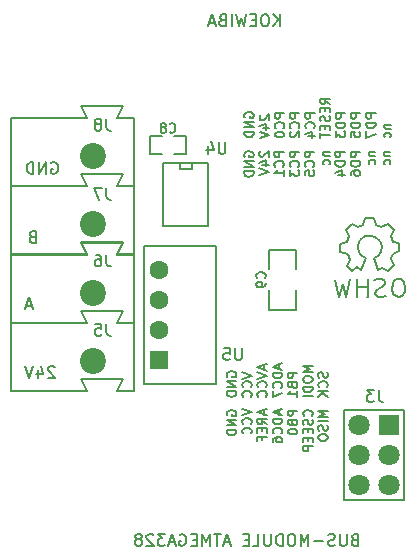
<source format=gbr>
G04 #@! TF.GenerationSoftware,KiCad,Pcbnew,6.0.11-2627ca5db0~126~ubuntu22.04.1*
G04 #@! TF.CreationDate,2023-12-06T10:35:34+01:00*
G04 #@! TF.ProjectId,bus-module_atmega328,6275732d-6d6f-4647-956c-655f61746d65,C*
G04 #@! TF.SameCoordinates,Original*
G04 #@! TF.FileFunction,Legend,Bot*
G04 #@! TF.FilePolarity,Positive*
%FSLAX46Y46*%
G04 Gerber Fmt 4.6, Leading zero omitted, Abs format (unit mm)*
G04 Created by KiCad (PCBNEW 6.0.11-2627ca5db0~126~ubuntu22.04.1) date 2023-12-06 10:35:34*
%MOMM*%
%LPD*%
G01*
G04 APERTURE LIST*
%ADD10C,0.200000*%
%ADD11C,0.150000*%
%ADD12C,2.200000*%
%ADD13R,1.600000X1.600000*%
%ADD14C,1.600000*%
%ADD15R,1.800000X1.800000*%
%ADD16C,1.800000*%
G04 APERTURE END LIST*
D10*
X83910428Y-107341619D02*
X83862809Y-107294000D01*
X83767571Y-107246380D01*
X83529476Y-107246380D01*
X83434238Y-107294000D01*
X83386619Y-107341619D01*
X83339000Y-107436857D01*
X83339000Y-107532095D01*
X83386619Y-107674952D01*
X83958047Y-108246380D01*
X83339000Y-108246380D01*
X82481857Y-107579714D02*
X82481857Y-108246380D01*
X82719952Y-107198761D02*
X82958047Y-107913047D01*
X82339000Y-107913047D01*
X82100904Y-107246380D02*
X81767571Y-108246380D01*
X81434238Y-107246380D01*
D11*
X103001190Y-78462380D02*
X103001190Y-77462380D01*
X102429761Y-78462380D02*
X102858333Y-77890952D01*
X102429761Y-77462380D02*
X103001190Y-78033809D01*
X101810714Y-77462380D02*
X101620238Y-77462380D01*
X101525000Y-77510000D01*
X101429761Y-77605238D01*
X101382142Y-77795714D01*
X101382142Y-78129047D01*
X101429761Y-78319523D01*
X101525000Y-78414761D01*
X101620238Y-78462380D01*
X101810714Y-78462380D01*
X101905952Y-78414761D01*
X102001190Y-78319523D01*
X102048809Y-78129047D01*
X102048809Y-77795714D01*
X102001190Y-77605238D01*
X101905952Y-77510000D01*
X101810714Y-77462380D01*
X100953571Y-77938571D02*
X100620238Y-77938571D01*
X100477380Y-78462380D02*
X100953571Y-78462380D01*
X100953571Y-77462380D01*
X100477380Y-77462380D01*
X100144047Y-77462380D02*
X99905952Y-78462380D01*
X99715476Y-77748095D01*
X99525000Y-78462380D01*
X99286904Y-77462380D01*
X98905952Y-78462380D02*
X98905952Y-77462380D01*
X98096428Y-77938571D02*
X97953571Y-77986190D01*
X97905952Y-78033809D01*
X97858333Y-78129047D01*
X97858333Y-78271904D01*
X97905952Y-78367142D01*
X97953571Y-78414761D01*
X98048809Y-78462380D01*
X98429761Y-78462380D01*
X98429761Y-77462380D01*
X98096428Y-77462380D01*
X98001190Y-77510000D01*
X97953571Y-77557619D01*
X97905952Y-77652857D01*
X97905952Y-77748095D01*
X97953571Y-77843333D01*
X98001190Y-77890952D01*
X98096428Y-77938571D01*
X98429761Y-77938571D01*
X97477380Y-78176666D02*
X97001190Y-78176666D01*
X97572619Y-78462380D02*
X97239285Y-77462380D01*
X96905952Y-78462380D01*
X98536000Y-108153928D02*
X98497904Y-108077738D01*
X98497904Y-107963452D01*
X98536000Y-107849166D01*
X98612190Y-107772976D01*
X98688380Y-107734880D01*
X98840761Y-107696785D01*
X98955047Y-107696785D01*
X99107428Y-107734880D01*
X99183619Y-107772976D01*
X99259809Y-107849166D01*
X99297904Y-107963452D01*
X99297904Y-108039642D01*
X99259809Y-108153928D01*
X99221714Y-108192023D01*
X98955047Y-108192023D01*
X98955047Y-108039642D01*
X99297904Y-108534880D02*
X98497904Y-108534880D01*
X99297904Y-108992023D01*
X98497904Y-108992023D01*
X99297904Y-109372976D02*
X98497904Y-109372976D01*
X98497904Y-109563452D01*
X98536000Y-109677738D01*
X98612190Y-109753928D01*
X98688380Y-109792023D01*
X98840761Y-109830119D01*
X98955047Y-109830119D01*
X99107428Y-109792023D01*
X99183619Y-109753928D01*
X99259809Y-109677738D01*
X99297904Y-109563452D01*
X99297904Y-109372976D01*
X99785904Y-107772976D02*
X100585904Y-108039642D01*
X99785904Y-108306309D01*
X100509714Y-109030119D02*
X100547809Y-108992023D01*
X100585904Y-108877738D01*
X100585904Y-108801547D01*
X100547809Y-108687261D01*
X100471619Y-108611071D01*
X100395428Y-108572976D01*
X100243047Y-108534880D01*
X100128761Y-108534880D01*
X99976380Y-108572976D01*
X99900190Y-108611071D01*
X99824000Y-108687261D01*
X99785904Y-108801547D01*
X99785904Y-108877738D01*
X99824000Y-108992023D01*
X99862095Y-109030119D01*
X100509714Y-109830119D02*
X100547809Y-109792023D01*
X100585904Y-109677738D01*
X100585904Y-109601547D01*
X100547809Y-109487261D01*
X100471619Y-109411071D01*
X100395428Y-109372976D01*
X100243047Y-109334880D01*
X100128761Y-109334880D01*
X99976380Y-109372976D01*
X99900190Y-109411071D01*
X99824000Y-109487261D01*
X99785904Y-109601547D01*
X99785904Y-109677738D01*
X99824000Y-109792023D01*
X99862095Y-109830119D01*
X101645333Y-107163452D02*
X101645333Y-107544404D01*
X101873904Y-107087261D02*
X101073904Y-107353928D01*
X101873904Y-107620595D01*
X101073904Y-107772976D02*
X101873904Y-108039642D01*
X101073904Y-108306309D01*
X101797714Y-109030119D02*
X101835809Y-108992023D01*
X101873904Y-108877738D01*
X101873904Y-108801547D01*
X101835809Y-108687261D01*
X101759619Y-108611071D01*
X101683428Y-108572976D01*
X101531047Y-108534880D01*
X101416761Y-108534880D01*
X101264380Y-108572976D01*
X101188190Y-108611071D01*
X101112000Y-108687261D01*
X101073904Y-108801547D01*
X101073904Y-108877738D01*
X101112000Y-108992023D01*
X101150095Y-109030119D01*
X101797714Y-109830119D02*
X101835809Y-109792023D01*
X101873904Y-109677738D01*
X101873904Y-109601547D01*
X101835809Y-109487261D01*
X101759619Y-109411071D01*
X101683428Y-109372976D01*
X101531047Y-109334880D01*
X101416761Y-109334880D01*
X101264380Y-109372976D01*
X101188190Y-109411071D01*
X101112000Y-109487261D01*
X101073904Y-109601547D01*
X101073904Y-109677738D01*
X101112000Y-109792023D01*
X101150095Y-109830119D01*
X102933333Y-107087261D02*
X102933333Y-107468214D01*
X103161904Y-107011071D02*
X102361904Y-107277738D01*
X103161904Y-107544404D01*
X103161904Y-107811071D02*
X102361904Y-107811071D01*
X102361904Y-108001547D01*
X102400000Y-108115833D01*
X102476190Y-108192023D01*
X102552380Y-108230119D01*
X102704761Y-108268214D01*
X102819047Y-108268214D01*
X102971428Y-108230119D01*
X103047619Y-108192023D01*
X103123809Y-108115833D01*
X103161904Y-108001547D01*
X103161904Y-107811071D01*
X103085714Y-109068214D02*
X103123809Y-109030119D01*
X103161904Y-108915833D01*
X103161904Y-108839642D01*
X103123809Y-108725357D01*
X103047619Y-108649166D01*
X102971428Y-108611071D01*
X102819047Y-108572976D01*
X102704761Y-108572976D01*
X102552380Y-108611071D01*
X102476190Y-108649166D01*
X102400000Y-108725357D01*
X102361904Y-108839642D01*
X102361904Y-108915833D01*
X102400000Y-109030119D01*
X102438095Y-109068214D01*
X102361904Y-109334880D02*
X102361904Y-109868214D01*
X103161904Y-109525357D01*
X104449904Y-107811071D02*
X103649904Y-107811071D01*
X103649904Y-108115833D01*
X103688000Y-108192023D01*
X103726095Y-108230119D01*
X103802285Y-108268214D01*
X103916571Y-108268214D01*
X103992761Y-108230119D01*
X104030857Y-108192023D01*
X104068952Y-108115833D01*
X104068952Y-107811071D01*
X104030857Y-108877738D02*
X104068952Y-108992023D01*
X104107047Y-109030119D01*
X104183238Y-109068214D01*
X104297523Y-109068214D01*
X104373714Y-109030119D01*
X104411809Y-108992023D01*
X104449904Y-108915833D01*
X104449904Y-108611071D01*
X103649904Y-108611071D01*
X103649904Y-108877738D01*
X103688000Y-108953928D01*
X103726095Y-108992023D01*
X103802285Y-109030119D01*
X103878476Y-109030119D01*
X103954666Y-108992023D01*
X103992761Y-108953928D01*
X104030857Y-108877738D01*
X104030857Y-108611071D01*
X104449904Y-109830119D02*
X104449904Y-109372976D01*
X104449904Y-109601547D02*
X103649904Y-109601547D01*
X103764190Y-109525357D01*
X103840380Y-109449166D01*
X103878476Y-109372976D01*
X105737904Y-107239642D02*
X104937904Y-107239642D01*
X105509333Y-107506309D01*
X104937904Y-107772976D01*
X105737904Y-107772976D01*
X104937904Y-108306309D02*
X104937904Y-108458690D01*
X104976000Y-108534880D01*
X105052190Y-108611071D01*
X105204571Y-108649166D01*
X105471238Y-108649166D01*
X105623619Y-108611071D01*
X105699809Y-108534880D01*
X105737904Y-108458690D01*
X105737904Y-108306309D01*
X105699809Y-108230119D01*
X105623619Y-108153928D01*
X105471238Y-108115833D01*
X105204571Y-108115833D01*
X105052190Y-108153928D01*
X104976000Y-108230119D01*
X104937904Y-108306309D01*
X105737904Y-108992023D02*
X104937904Y-108992023D01*
X104937904Y-109182500D01*
X104976000Y-109296785D01*
X105052190Y-109372976D01*
X105128380Y-109411071D01*
X105280761Y-109449166D01*
X105395047Y-109449166D01*
X105547428Y-109411071D01*
X105623619Y-109372976D01*
X105699809Y-109296785D01*
X105737904Y-109182500D01*
X105737904Y-108992023D01*
X105737904Y-109792023D02*
X104937904Y-109792023D01*
X106987809Y-107772976D02*
X107025904Y-107887261D01*
X107025904Y-108077738D01*
X106987809Y-108153928D01*
X106949714Y-108192023D01*
X106873523Y-108230119D01*
X106797333Y-108230119D01*
X106721142Y-108192023D01*
X106683047Y-108153928D01*
X106644952Y-108077738D01*
X106606857Y-107925357D01*
X106568761Y-107849166D01*
X106530666Y-107811071D01*
X106454476Y-107772976D01*
X106378285Y-107772976D01*
X106302095Y-107811071D01*
X106264000Y-107849166D01*
X106225904Y-107925357D01*
X106225904Y-108115833D01*
X106264000Y-108230119D01*
X106949714Y-109030119D02*
X106987809Y-108992023D01*
X107025904Y-108877738D01*
X107025904Y-108801547D01*
X106987809Y-108687261D01*
X106911619Y-108611071D01*
X106835428Y-108572976D01*
X106683047Y-108534880D01*
X106568761Y-108534880D01*
X106416380Y-108572976D01*
X106340190Y-108611071D01*
X106264000Y-108687261D01*
X106225904Y-108801547D01*
X106225904Y-108877738D01*
X106264000Y-108992023D01*
X106302095Y-109030119D01*
X107025904Y-109372976D02*
X106225904Y-109372976D01*
X107025904Y-109830119D02*
X106568761Y-109487261D01*
X106225904Y-109830119D02*
X106683047Y-109372976D01*
X100004000Y-86183928D02*
X99965904Y-86107738D01*
X99965904Y-85993452D01*
X100004000Y-85879166D01*
X100080190Y-85802976D01*
X100156380Y-85764880D01*
X100308761Y-85726785D01*
X100423047Y-85726785D01*
X100575428Y-85764880D01*
X100651619Y-85802976D01*
X100727809Y-85879166D01*
X100765904Y-85993452D01*
X100765904Y-86069642D01*
X100727809Y-86183928D01*
X100689714Y-86222023D01*
X100423047Y-86222023D01*
X100423047Y-86069642D01*
X100765904Y-86564880D02*
X99965904Y-86564880D01*
X100765904Y-87022023D01*
X99965904Y-87022023D01*
X100765904Y-87402976D02*
X99965904Y-87402976D01*
X99965904Y-87593452D01*
X100004000Y-87707738D01*
X100080190Y-87783928D01*
X100156380Y-87822023D01*
X100308761Y-87860119D01*
X100423047Y-87860119D01*
X100575428Y-87822023D01*
X100651619Y-87783928D01*
X100727809Y-87707738D01*
X100765904Y-87593452D01*
X100765904Y-87402976D01*
X101330095Y-85955357D02*
X101292000Y-85993452D01*
X101253904Y-86069642D01*
X101253904Y-86260119D01*
X101292000Y-86336309D01*
X101330095Y-86374404D01*
X101406285Y-86412500D01*
X101482476Y-86412500D01*
X101596761Y-86374404D01*
X102053904Y-85917261D01*
X102053904Y-86412500D01*
X101520571Y-87098214D02*
X102053904Y-87098214D01*
X101215809Y-86907738D02*
X101787238Y-86717261D01*
X101787238Y-87212500D01*
X101253904Y-87402976D02*
X102053904Y-87669642D01*
X101253904Y-87936309D01*
X103341904Y-85841071D02*
X102541904Y-85841071D01*
X102541904Y-86145833D01*
X102580000Y-86222023D01*
X102618095Y-86260119D01*
X102694285Y-86298214D01*
X102808571Y-86298214D01*
X102884761Y-86260119D01*
X102922857Y-86222023D01*
X102960952Y-86145833D01*
X102960952Y-85841071D01*
X103265714Y-87098214D02*
X103303809Y-87060119D01*
X103341904Y-86945833D01*
X103341904Y-86869642D01*
X103303809Y-86755357D01*
X103227619Y-86679166D01*
X103151428Y-86641071D01*
X102999047Y-86602976D01*
X102884761Y-86602976D01*
X102732380Y-86641071D01*
X102656190Y-86679166D01*
X102580000Y-86755357D01*
X102541904Y-86869642D01*
X102541904Y-86945833D01*
X102580000Y-87060119D01*
X102618095Y-87098214D01*
X102541904Y-87593452D02*
X102541904Y-87669642D01*
X102580000Y-87745833D01*
X102618095Y-87783928D01*
X102694285Y-87822023D01*
X102846666Y-87860119D01*
X103037142Y-87860119D01*
X103189523Y-87822023D01*
X103265714Y-87783928D01*
X103303809Y-87745833D01*
X103341904Y-87669642D01*
X103341904Y-87593452D01*
X103303809Y-87517261D01*
X103265714Y-87479166D01*
X103189523Y-87441071D01*
X103037142Y-87402976D01*
X102846666Y-87402976D01*
X102694285Y-87441071D01*
X102618095Y-87479166D01*
X102580000Y-87517261D01*
X102541904Y-87593452D01*
X104629904Y-85841071D02*
X103829904Y-85841071D01*
X103829904Y-86145833D01*
X103868000Y-86222023D01*
X103906095Y-86260119D01*
X103982285Y-86298214D01*
X104096571Y-86298214D01*
X104172761Y-86260119D01*
X104210857Y-86222023D01*
X104248952Y-86145833D01*
X104248952Y-85841071D01*
X104553714Y-87098214D02*
X104591809Y-87060119D01*
X104629904Y-86945833D01*
X104629904Y-86869642D01*
X104591809Y-86755357D01*
X104515619Y-86679166D01*
X104439428Y-86641071D01*
X104287047Y-86602976D01*
X104172761Y-86602976D01*
X104020380Y-86641071D01*
X103944190Y-86679166D01*
X103868000Y-86755357D01*
X103829904Y-86869642D01*
X103829904Y-86945833D01*
X103868000Y-87060119D01*
X103906095Y-87098214D01*
X103906095Y-87402976D02*
X103868000Y-87441071D01*
X103829904Y-87517261D01*
X103829904Y-87707738D01*
X103868000Y-87783928D01*
X103906095Y-87822023D01*
X103982285Y-87860119D01*
X104058476Y-87860119D01*
X104172761Y-87822023D01*
X104629904Y-87364880D01*
X104629904Y-87860119D01*
X105917904Y-85841071D02*
X105117904Y-85841071D01*
X105117904Y-86145833D01*
X105156000Y-86222023D01*
X105194095Y-86260119D01*
X105270285Y-86298214D01*
X105384571Y-86298214D01*
X105460761Y-86260119D01*
X105498857Y-86222023D01*
X105536952Y-86145833D01*
X105536952Y-85841071D01*
X105841714Y-87098214D02*
X105879809Y-87060119D01*
X105917904Y-86945833D01*
X105917904Y-86869642D01*
X105879809Y-86755357D01*
X105803619Y-86679166D01*
X105727428Y-86641071D01*
X105575047Y-86602976D01*
X105460761Y-86602976D01*
X105308380Y-86641071D01*
X105232190Y-86679166D01*
X105156000Y-86755357D01*
X105117904Y-86869642D01*
X105117904Y-86945833D01*
X105156000Y-87060119D01*
X105194095Y-87098214D01*
X105384571Y-87783928D02*
X105917904Y-87783928D01*
X105079809Y-87593452D02*
X105651238Y-87402976D01*
X105651238Y-87898214D01*
X107205904Y-85041071D02*
X106824952Y-84774404D01*
X107205904Y-84583928D02*
X106405904Y-84583928D01*
X106405904Y-84888690D01*
X106444000Y-84964880D01*
X106482095Y-85002976D01*
X106558285Y-85041071D01*
X106672571Y-85041071D01*
X106748761Y-85002976D01*
X106786857Y-84964880D01*
X106824952Y-84888690D01*
X106824952Y-84583928D01*
X106786857Y-85383928D02*
X106786857Y-85650595D01*
X107205904Y-85764880D02*
X107205904Y-85383928D01*
X106405904Y-85383928D01*
X106405904Y-85764880D01*
X107167809Y-86069642D02*
X107205904Y-86183928D01*
X107205904Y-86374404D01*
X107167809Y-86450595D01*
X107129714Y-86488690D01*
X107053523Y-86526785D01*
X106977333Y-86526785D01*
X106901142Y-86488690D01*
X106863047Y-86450595D01*
X106824952Y-86374404D01*
X106786857Y-86222023D01*
X106748761Y-86145833D01*
X106710666Y-86107738D01*
X106634476Y-86069642D01*
X106558285Y-86069642D01*
X106482095Y-86107738D01*
X106444000Y-86145833D01*
X106405904Y-86222023D01*
X106405904Y-86412500D01*
X106444000Y-86526785D01*
X106786857Y-86869642D02*
X106786857Y-87136309D01*
X107205904Y-87250595D02*
X107205904Y-86869642D01*
X106405904Y-86869642D01*
X106405904Y-87250595D01*
X106405904Y-87479166D02*
X106405904Y-87936309D01*
X107205904Y-87707738D02*
X106405904Y-87707738D01*
X108493904Y-85841071D02*
X107693904Y-85841071D01*
X107693904Y-86145833D01*
X107732000Y-86222023D01*
X107770095Y-86260119D01*
X107846285Y-86298214D01*
X107960571Y-86298214D01*
X108036761Y-86260119D01*
X108074857Y-86222023D01*
X108112952Y-86145833D01*
X108112952Y-85841071D01*
X108493904Y-86641071D02*
X107693904Y-86641071D01*
X107693904Y-86831547D01*
X107732000Y-86945833D01*
X107808190Y-87022023D01*
X107884380Y-87060119D01*
X108036761Y-87098214D01*
X108151047Y-87098214D01*
X108303428Y-87060119D01*
X108379619Y-87022023D01*
X108455809Y-86945833D01*
X108493904Y-86831547D01*
X108493904Y-86641071D01*
X107693904Y-87364880D02*
X107693904Y-87860119D01*
X107998666Y-87593452D01*
X107998666Y-87707738D01*
X108036761Y-87783928D01*
X108074857Y-87822023D01*
X108151047Y-87860119D01*
X108341523Y-87860119D01*
X108417714Y-87822023D01*
X108455809Y-87783928D01*
X108493904Y-87707738D01*
X108493904Y-87479166D01*
X108455809Y-87402976D01*
X108417714Y-87364880D01*
X109781904Y-85841071D02*
X108981904Y-85841071D01*
X108981904Y-86145833D01*
X109020000Y-86222023D01*
X109058095Y-86260119D01*
X109134285Y-86298214D01*
X109248571Y-86298214D01*
X109324761Y-86260119D01*
X109362857Y-86222023D01*
X109400952Y-86145833D01*
X109400952Y-85841071D01*
X109781904Y-86641071D02*
X108981904Y-86641071D01*
X108981904Y-86831547D01*
X109020000Y-86945833D01*
X109096190Y-87022023D01*
X109172380Y-87060119D01*
X109324761Y-87098214D01*
X109439047Y-87098214D01*
X109591428Y-87060119D01*
X109667619Y-87022023D01*
X109743809Y-86945833D01*
X109781904Y-86831547D01*
X109781904Y-86641071D01*
X108981904Y-87822023D02*
X108981904Y-87441071D01*
X109362857Y-87402976D01*
X109324761Y-87441071D01*
X109286666Y-87517261D01*
X109286666Y-87707738D01*
X109324761Y-87783928D01*
X109362857Y-87822023D01*
X109439047Y-87860119D01*
X109629523Y-87860119D01*
X109705714Y-87822023D01*
X109743809Y-87783928D01*
X109781904Y-87707738D01*
X109781904Y-87517261D01*
X109743809Y-87441071D01*
X109705714Y-87402976D01*
X111069904Y-85841071D02*
X110269904Y-85841071D01*
X110269904Y-86145833D01*
X110308000Y-86222023D01*
X110346095Y-86260119D01*
X110422285Y-86298214D01*
X110536571Y-86298214D01*
X110612761Y-86260119D01*
X110650857Y-86222023D01*
X110688952Y-86145833D01*
X110688952Y-85841071D01*
X111069904Y-86641071D02*
X110269904Y-86641071D01*
X110269904Y-86831547D01*
X110308000Y-86945833D01*
X110384190Y-87022023D01*
X110460380Y-87060119D01*
X110612761Y-87098214D01*
X110727047Y-87098214D01*
X110879428Y-87060119D01*
X110955619Y-87022023D01*
X111031809Y-86945833D01*
X111069904Y-86831547D01*
X111069904Y-86641071D01*
X110269904Y-87364880D02*
X110269904Y-87898214D01*
X111069904Y-87555357D01*
X111824571Y-86793452D02*
X112357904Y-86793452D01*
X111900761Y-86793452D02*
X111862666Y-86831547D01*
X111824571Y-86907738D01*
X111824571Y-87022023D01*
X111862666Y-87098214D01*
X111938857Y-87136309D01*
X112357904Y-87136309D01*
X112319809Y-87860119D02*
X112357904Y-87783928D01*
X112357904Y-87631547D01*
X112319809Y-87555357D01*
X112281714Y-87517261D01*
X112205523Y-87479166D01*
X111976952Y-87479166D01*
X111900761Y-87517261D01*
X111862666Y-87555357D01*
X111824571Y-87631547D01*
X111824571Y-87783928D01*
X111862666Y-87860119D01*
D10*
X82021571Y-96292571D02*
X81878714Y-96340190D01*
X81831095Y-96387809D01*
X81783476Y-96483047D01*
X81783476Y-96625904D01*
X81831095Y-96721142D01*
X81878714Y-96768761D01*
X81973952Y-96816380D01*
X82354904Y-96816380D01*
X82354904Y-95816380D01*
X82021571Y-95816380D01*
X81926333Y-95864000D01*
X81878714Y-95911619D01*
X81831095Y-96006857D01*
X81831095Y-96102095D01*
X81878714Y-96197333D01*
X81926333Y-96244952D01*
X82021571Y-96292571D01*
X82354904Y-96292571D01*
D11*
X109295238Y-121928571D02*
X109152380Y-121976190D01*
X109104761Y-122023809D01*
X109057142Y-122119047D01*
X109057142Y-122261904D01*
X109104761Y-122357142D01*
X109152380Y-122404761D01*
X109247619Y-122452380D01*
X109628571Y-122452380D01*
X109628571Y-121452380D01*
X109295238Y-121452380D01*
X109200000Y-121500000D01*
X109152380Y-121547619D01*
X109104761Y-121642857D01*
X109104761Y-121738095D01*
X109152380Y-121833333D01*
X109200000Y-121880952D01*
X109295238Y-121928571D01*
X109628571Y-121928571D01*
X108628571Y-121452380D02*
X108628571Y-122261904D01*
X108580952Y-122357142D01*
X108533333Y-122404761D01*
X108438095Y-122452380D01*
X108247619Y-122452380D01*
X108152380Y-122404761D01*
X108104761Y-122357142D01*
X108057142Y-122261904D01*
X108057142Y-121452380D01*
X107628571Y-122404761D02*
X107485714Y-122452380D01*
X107247619Y-122452380D01*
X107152380Y-122404761D01*
X107104761Y-122357142D01*
X107057142Y-122261904D01*
X107057142Y-122166666D01*
X107104761Y-122071428D01*
X107152380Y-122023809D01*
X107247619Y-121976190D01*
X107438095Y-121928571D01*
X107533333Y-121880952D01*
X107580952Y-121833333D01*
X107628571Y-121738095D01*
X107628571Y-121642857D01*
X107580952Y-121547619D01*
X107533333Y-121500000D01*
X107438095Y-121452380D01*
X107200000Y-121452380D01*
X107057142Y-121500000D01*
X106628571Y-122071428D02*
X105866666Y-122071428D01*
X105390476Y-122452380D02*
X105390476Y-121452380D01*
X105057142Y-122166666D01*
X104723809Y-121452380D01*
X104723809Y-122452380D01*
X104057142Y-121452380D02*
X103866666Y-121452380D01*
X103771428Y-121500000D01*
X103676190Y-121595238D01*
X103628571Y-121785714D01*
X103628571Y-122119047D01*
X103676190Y-122309523D01*
X103771428Y-122404761D01*
X103866666Y-122452380D01*
X104057142Y-122452380D01*
X104152380Y-122404761D01*
X104247619Y-122309523D01*
X104295238Y-122119047D01*
X104295238Y-121785714D01*
X104247619Y-121595238D01*
X104152380Y-121500000D01*
X104057142Y-121452380D01*
X103200000Y-122452380D02*
X103200000Y-121452380D01*
X102961904Y-121452380D01*
X102819047Y-121500000D01*
X102723809Y-121595238D01*
X102676190Y-121690476D01*
X102628571Y-121880952D01*
X102628571Y-122023809D01*
X102676190Y-122214285D01*
X102723809Y-122309523D01*
X102819047Y-122404761D01*
X102961904Y-122452380D01*
X103200000Y-122452380D01*
X102200000Y-121452380D02*
X102200000Y-122261904D01*
X102152380Y-122357142D01*
X102104761Y-122404761D01*
X102009523Y-122452380D01*
X101819047Y-122452380D01*
X101723809Y-122404761D01*
X101676190Y-122357142D01*
X101628571Y-122261904D01*
X101628571Y-121452380D01*
X100676190Y-122452380D02*
X101152380Y-122452380D01*
X101152380Y-121452380D01*
X100342857Y-121928571D02*
X100009523Y-121928571D01*
X99866666Y-122452380D02*
X100342857Y-122452380D01*
X100342857Y-121452380D01*
X99866666Y-121452380D01*
X98723809Y-122166666D02*
X98247619Y-122166666D01*
X98819047Y-122452380D02*
X98485714Y-121452380D01*
X98152380Y-122452380D01*
X97961904Y-121452380D02*
X97390476Y-121452380D01*
X97676190Y-122452380D02*
X97676190Y-121452380D01*
X97057142Y-122452380D02*
X97057142Y-121452380D01*
X96723809Y-122166666D01*
X96390476Y-121452380D01*
X96390476Y-122452380D01*
X95914285Y-121928571D02*
X95580952Y-121928571D01*
X95438095Y-122452380D02*
X95914285Y-122452380D01*
X95914285Y-121452380D01*
X95438095Y-121452380D01*
X94485714Y-121500000D02*
X94580952Y-121452380D01*
X94723809Y-121452380D01*
X94866666Y-121500000D01*
X94961904Y-121595238D01*
X95009523Y-121690476D01*
X95057142Y-121880952D01*
X95057142Y-122023809D01*
X95009523Y-122214285D01*
X94961904Y-122309523D01*
X94866666Y-122404761D01*
X94723809Y-122452380D01*
X94628571Y-122452380D01*
X94485714Y-122404761D01*
X94438095Y-122357142D01*
X94438095Y-122023809D01*
X94628571Y-122023809D01*
X94057142Y-122166666D02*
X93580952Y-122166666D01*
X94152380Y-122452380D02*
X93819047Y-121452380D01*
X93485714Y-122452380D01*
X93247619Y-121452380D02*
X92628571Y-121452380D01*
X92961904Y-121833333D01*
X92819047Y-121833333D01*
X92723809Y-121880952D01*
X92676190Y-121928571D01*
X92628571Y-122023809D01*
X92628571Y-122261904D01*
X92676190Y-122357142D01*
X92723809Y-122404761D01*
X92819047Y-122452380D01*
X93104761Y-122452380D01*
X93200000Y-122404761D01*
X93247619Y-122357142D01*
X92247619Y-121547619D02*
X92200000Y-121500000D01*
X92104761Y-121452380D01*
X91866666Y-121452380D01*
X91771428Y-121500000D01*
X91723809Y-121547619D01*
X91676190Y-121642857D01*
X91676190Y-121738095D01*
X91723809Y-121880952D01*
X92295238Y-122452380D01*
X91676190Y-122452380D01*
X91104761Y-121880952D02*
X91200000Y-121833333D01*
X91247619Y-121785714D01*
X91295238Y-121690476D01*
X91295238Y-121642857D01*
X91247619Y-121547619D01*
X91200000Y-121500000D01*
X91104761Y-121452380D01*
X90914285Y-121452380D01*
X90819047Y-121500000D01*
X90771428Y-121547619D01*
X90723809Y-121642857D01*
X90723809Y-121690476D01*
X90771428Y-121785714D01*
X90819047Y-121833333D01*
X90914285Y-121880952D01*
X91104761Y-121880952D01*
X91200000Y-121928571D01*
X91247619Y-121976190D01*
X91295238Y-122071428D01*
X91295238Y-122261904D01*
X91247619Y-122357142D01*
X91200000Y-122404761D01*
X91104761Y-122452380D01*
X90914285Y-122452380D01*
X90819047Y-122404761D01*
X90771428Y-122357142D01*
X90723809Y-122261904D01*
X90723809Y-122071428D01*
X90771428Y-121976190D01*
X90819047Y-121928571D01*
X90914285Y-121880952D01*
D10*
X82005666Y-102118666D02*
X81529476Y-102118666D01*
X82100904Y-102404380D02*
X81767571Y-101404380D01*
X81434238Y-102404380D01*
D11*
X99979000Y-89517023D02*
X99940904Y-89440833D01*
X99940904Y-89326547D01*
X99979000Y-89212261D01*
X100055190Y-89136071D01*
X100131380Y-89097976D01*
X100283761Y-89059880D01*
X100398047Y-89059880D01*
X100550428Y-89097976D01*
X100626619Y-89136071D01*
X100702809Y-89212261D01*
X100740904Y-89326547D01*
X100740904Y-89402738D01*
X100702809Y-89517023D01*
X100664714Y-89555119D01*
X100398047Y-89555119D01*
X100398047Y-89402738D01*
X100740904Y-89897976D02*
X99940904Y-89897976D01*
X100740904Y-90355119D01*
X99940904Y-90355119D01*
X100740904Y-90736071D02*
X99940904Y-90736071D01*
X99940904Y-90926547D01*
X99979000Y-91040833D01*
X100055190Y-91117023D01*
X100131380Y-91155119D01*
X100283761Y-91193214D01*
X100398047Y-91193214D01*
X100550428Y-91155119D01*
X100626619Y-91117023D01*
X100702809Y-91040833D01*
X100740904Y-90926547D01*
X100740904Y-90736071D01*
X101305095Y-89059880D02*
X101267000Y-89097976D01*
X101228904Y-89174166D01*
X101228904Y-89364642D01*
X101267000Y-89440833D01*
X101305095Y-89478928D01*
X101381285Y-89517023D01*
X101457476Y-89517023D01*
X101571761Y-89478928D01*
X102028904Y-89021785D01*
X102028904Y-89517023D01*
X101495571Y-90202738D02*
X102028904Y-90202738D01*
X101190809Y-90012261D02*
X101762238Y-89821785D01*
X101762238Y-90317023D01*
X101228904Y-90507500D02*
X102028904Y-90774166D01*
X101228904Y-91040833D01*
X103316904Y-89097976D02*
X102516904Y-89097976D01*
X102516904Y-89402738D01*
X102555000Y-89478928D01*
X102593095Y-89517023D01*
X102669285Y-89555119D01*
X102783571Y-89555119D01*
X102859761Y-89517023D01*
X102897857Y-89478928D01*
X102935952Y-89402738D01*
X102935952Y-89097976D01*
X103240714Y-90355119D02*
X103278809Y-90317023D01*
X103316904Y-90202738D01*
X103316904Y-90126547D01*
X103278809Y-90012261D01*
X103202619Y-89936071D01*
X103126428Y-89897976D01*
X102974047Y-89859880D01*
X102859761Y-89859880D01*
X102707380Y-89897976D01*
X102631190Y-89936071D01*
X102555000Y-90012261D01*
X102516904Y-90126547D01*
X102516904Y-90202738D01*
X102555000Y-90317023D01*
X102593095Y-90355119D01*
X103316904Y-91117023D02*
X103316904Y-90659880D01*
X103316904Y-90888452D02*
X102516904Y-90888452D01*
X102631190Y-90812261D01*
X102707380Y-90736071D01*
X102745476Y-90659880D01*
X104604904Y-89097976D02*
X103804904Y-89097976D01*
X103804904Y-89402738D01*
X103843000Y-89478928D01*
X103881095Y-89517023D01*
X103957285Y-89555119D01*
X104071571Y-89555119D01*
X104147761Y-89517023D01*
X104185857Y-89478928D01*
X104223952Y-89402738D01*
X104223952Y-89097976D01*
X104528714Y-90355119D02*
X104566809Y-90317023D01*
X104604904Y-90202738D01*
X104604904Y-90126547D01*
X104566809Y-90012261D01*
X104490619Y-89936071D01*
X104414428Y-89897976D01*
X104262047Y-89859880D01*
X104147761Y-89859880D01*
X103995380Y-89897976D01*
X103919190Y-89936071D01*
X103843000Y-90012261D01*
X103804904Y-90126547D01*
X103804904Y-90202738D01*
X103843000Y-90317023D01*
X103881095Y-90355119D01*
X103804904Y-90621785D02*
X103804904Y-91117023D01*
X104109666Y-90850357D01*
X104109666Y-90964642D01*
X104147761Y-91040833D01*
X104185857Y-91078928D01*
X104262047Y-91117023D01*
X104452523Y-91117023D01*
X104528714Y-91078928D01*
X104566809Y-91040833D01*
X104604904Y-90964642D01*
X104604904Y-90736071D01*
X104566809Y-90659880D01*
X104528714Y-90621785D01*
X105892904Y-89097976D02*
X105092904Y-89097976D01*
X105092904Y-89402738D01*
X105131000Y-89478928D01*
X105169095Y-89517023D01*
X105245285Y-89555119D01*
X105359571Y-89555119D01*
X105435761Y-89517023D01*
X105473857Y-89478928D01*
X105511952Y-89402738D01*
X105511952Y-89097976D01*
X105816714Y-90355119D02*
X105854809Y-90317023D01*
X105892904Y-90202738D01*
X105892904Y-90126547D01*
X105854809Y-90012261D01*
X105778619Y-89936071D01*
X105702428Y-89897976D01*
X105550047Y-89859880D01*
X105435761Y-89859880D01*
X105283380Y-89897976D01*
X105207190Y-89936071D01*
X105131000Y-90012261D01*
X105092904Y-90126547D01*
X105092904Y-90202738D01*
X105131000Y-90317023D01*
X105169095Y-90355119D01*
X105092904Y-91078928D02*
X105092904Y-90697976D01*
X105473857Y-90659880D01*
X105435761Y-90697976D01*
X105397666Y-90774166D01*
X105397666Y-90964642D01*
X105435761Y-91040833D01*
X105473857Y-91078928D01*
X105550047Y-91117023D01*
X105740523Y-91117023D01*
X105816714Y-91078928D01*
X105854809Y-91040833D01*
X105892904Y-90964642D01*
X105892904Y-90774166D01*
X105854809Y-90697976D01*
X105816714Y-90659880D01*
X106647571Y-89097976D02*
X107180904Y-89097976D01*
X106723761Y-89097976D02*
X106685666Y-89136071D01*
X106647571Y-89212261D01*
X106647571Y-89326547D01*
X106685666Y-89402738D01*
X106761857Y-89440833D01*
X107180904Y-89440833D01*
X107142809Y-90164642D02*
X107180904Y-90088452D01*
X107180904Y-89936071D01*
X107142809Y-89859880D01*
X107104714Y-89821785D01*
X107028523Y-89783690D01*
X106799952Y-89783690D01*
X106723761Y-89821785D01*
X106685666Y-89859880D01*
X106647571Y-89936071D01*
X106647571Y-90088452D01*
X106685666Y-90164642D01*
X108468904Y-89097976D02*
X107668904Y-89097976D01*
X107668904Y-89402738D01*
X107707000Y-89478928D01*
X107745095Y-89517023D01*
X107821285Y-89555119D01*
X107935571Y-89555119D01*
X108011761Y-89517023D01*
X108049857Y-89478928D01*
X108087952Y-89402738D01*
X108087952Y-89097976D01*
X108468904Y-89897976D02*
X107668904Y-89897976D01*
X107668904Y-90088452D01*
X107707000Y-90202738D01*
X107783190Y-90278928D01*
X107859380Y-90317023D01*
X108011761Y-90355119D01*
X108126047Y-90355119D01*
X108278428Y-90317023D01*
X108354619Y-90278928D01*
X108430809Y-90202738D01*
X108468904Y-90088452D01*
X108468904Y-89897976D01*
X107935571Y-91040833D02*
X108468904Y-91040833D01*
X107630809Y-90850357D02*
X108202238Y-90659880D01*
X108202238Y-91155119D01*
X109756904Y-89097976D02*
X108956904Y-89097976D01*
X108956904Y-89402738D01*
X108995000Y-89478928D01*
X109033095Y-89517023D01*
X109109285Y-89555119D01*
X109223571Y-89555119D01*
X109299761Y-89517023D01*
X109337857Y-89478928D01*
X109375952Y-89402738D01*
X109375952Y-89097976D01*
X109756904Y-89897976D02*
X108956904Y-89897976D01*
X108956904Y-90088452D01*
X108995000Y-90202738D01*
X109071190Y-90278928D01*
X109147380Y-90317023D01*
X109299761Y-90355119D01*
X109414047Y-90355119D01*
X109566428Y-90317023D01*
X109642619Y-90278928D01*
X109718809Y-90202738D01*
X109756904Y-90088452D01*
X109756904Y-89897976D01*
X108956904Y-91040833D02*
X108956904Y-90888452D01*
X108995000Y-90812261D01*
X109033095Y-90774166D01*
X109147380Y-90697976D01*
X109299761Y-90659880D01*
X109604523Y-90659880D01*
X109680714Y-90697976D01*
X109718809Y-90736071D01*
X109756904Y-90812261D01*
X109756904Y-90964642D01*
X109718809Y-91040833D01*
X109680714Y-91078928D01*
X109604523Y-91117023D01*
X109414047Y-91117023D01*
X109337857Y-91078928D01*
X109299761Y-91040833D01*
X109261666Y-90964642D01*
X109261666Y-90812261D01*
X109299761Y-90736071D01*
X109337857Y-90697976D01*
X109414047Y-90659880D01*
X110511571Y-89097976D02*
X111044904Y-89097976D01*
X110587761Y-89097976D02*
X110549666Y-89136071D01*
X110511571Y-89212261D01*
X110511571Y-89326547D01*
X110549666Y-89402738D01*
X110625857Y-89440833D01*
X111044904Y-89440833D01*
X111006809Y-90164642D02*
X111044904Y-90088452D01*
X111044904Y-89936071D01*
X111006809Y-89859880D01*
X110968714Y-89821785D01*
X110892523Y-89783690D01*
X110663952Y-89783690D01*
X110587761Y-89821785D01*
X110549666Y-89859880D01*
X110511571Y-89936071D01*
X110511571Y-90088452D01*
X110549666Y-90164642D01*
X111799571Y-89097976D02*
X112332904Y-89097976D01*
X111875761Y-89097976D02*
X111837666Y-89136071D01*
X111799571Y-89212261D01*
X111799571Y-89326547D01*
X111837666Y-89402738D01*
X111913857Y-89440833D01*
X112332904Y-89440833D01*
X112294809Y-90164642D02*
X112332904Y-90088452D01*
X112332904Y-89936071D01*
X112294809Y-89859880D01*
X112256714Y-89821785D01*
X112180523Y-89783690D01*
X111951952Y-89783690D01*
X111875761Y-89821785D01*
X111837666Y-89859880D01*
X111799571Y-89936071D01*
X111799571Y-90088452D01*
X111837666Y-90164642D01*
X98536000Y-111422023D02*
X98497904Y-111345833D01*
X98497904Y-111231547D01*
X98536000Y-111117261D01*
X98612190Y-111041071D01*
X98688380Y-111002976D01*
X98840761Y-110964880D01*
X98955047Y-110964880D01*
X99107428Y-111002976D01*
X99183619Y-111041071D01*
X99259809Y-111117261D01*
X99297904Y-111231547D01*
X99297904Y-111307738D01*
X99259809Y-111422023D01*
X99221714Y-111460119D01*
X98955047Y-111460119D01*
X98955047Y-111307738D01*
X99297904Y-111802976D02*
X98497904Y-111802976D01*
X99297904Y-112260119D01*
X98497904Y-112260119D01*
X99297904Y-112641071D02*
X98497904Y-112641071D01*
X98497904Y-112831547D01*
X98536000Y-112945833D01*
X98612190Y-113022023D01*
X98688380Y-113060119D01*
X98840761Y-113098214D01*
X98955047Y-113098214D01*
X99107428Y-113060119D01*
X99183619Y-113022023D01*
X99259809Y-112945833D01*
X99297904Y-112831547D01*
X99297904Y-112641071D01*
X99785904Y-110888690D02*
X100585904Y-111155357D01*
X99785904Y-111422023D01*
X100509714Y-112145833D02*
X100547809Y-112107738D01*
X100585904Y-111993452D01*
X100585904Y-111917261D01*
X100547809Y-111802976D01*
X100471619Y-111726785D01*
X100395428Y-111688690D01*
X100243047Y-111650595D01*
X100128761Y-111650595D01*
X99976380Y-111688690D01*
X99900190Y-111726785D01*
X99824000Y-111802976D01*
X99785904Y-111917261D01*
X99785904Y-111993452D01*
X99824000Y-112107738D01*
X99862095Y-112145833D01*
X100509714Y-112945833D02*
X100547809Y-112907738D01*
X100585904Y-112793452D01*
X100585904Y-112717261D01*
X100547809Y-112602976D01*
X100471619Y-112526785D01*
X100395428Y-112488690D01*
X100243047Y-112450595D01*
X100128761Y-112450595D01*
X99976380Y-112488690D01*
X99900190Y-112526785D01*
X99824000Y-112602976D01*
X99785904Y-112717261D01*
X99785904Y-112793452D01*
X99824000Y-112907738D01*
X99862095Y-112945833D01*
X101645333Y-110964880D02*
X101645333Y-111345833D01*
X101873904Y-110888690D02*
X101073904Y-111155357D01*
X101873904Y-111422023D01*
X101873904Y-112145833D02*
X101492952Y-111879166D01*
X101873904Y-111688690D02*
X101073904Y-111688690D01*
X101073904Y-111993452D01*
X101112000Y-112069642D01*
X101150095Y-112107738D01*
X101226285Y-112145833D01*
X101340571Y-112145833D01*
X101416761Y-112107738D01*
X101454857Y-112069642D01*
X101492952Y-111993452D01*
X101492952Y-111688690D01*
X101454857Y-112488690D02*
X101454857Y-112755357D01*
X101873904Y-112869642D02*
X101873904Y-112488690D01*
X101073904Y-112488690D01*
X101073904Y-112869642D01*
X101454857Y-113479166D02*
X101454857Y-113212500D01*
X101873904Y-113212500D02*
X101073904Y-113212500D01*
X101073904Y-113593452D01*
X102933333Y-110964880D02*
X102933333Y-111345833D01*
X103161904Y-110888690D02*
X102361904Y-111155357D01*
X103161904Y-111422023D01*
X103161904Y-111688690D02*
X102361904Y-111688690D01*
X102361904Y-111879166D01*
X102400000Y-111993452D01*
X102476190Y-112069642D01*
X102552380Y-112107738D01*
X102704761Y-112145833D01*
X102819047Y-112145833D01*
X102971428Y-112107738D01*
X103047619Y-112069642D01*
X103123809Y-111993452D01*
X103161904Y-111879166D01*
X103161904Y-111688690D01*
X103085714Y-112945833D02*
X103123809Y-112907738D01*
X103161904Y-112793452D01*
X103161904Y-112717261D01*
X103123809Y-112602976D01*
X103047619Y-112526785D01*
X102971428Y-112488690D01*
X102819047Y-112450595D01*
X102704761Y-112450595D01*
X102552380Y-112488690D01*
X102476190Y-112526785D01*
X102400000Y-112602976D01*
X102361904Y-112717261D01*
X102361904Y-112793452D01*
X102400000Y-112907738D01*
X102438095Y-112945833D01*
X102361904Y-113631547D02*
X102361904Y-113479166D01*
X102400000Y-113402976D01*
X102438095Y-113364880D01*
X102552380Y-113288690D01*
X102704761Y-113250595D01*
X103009523Y-113250595D01*
X103085714Y-113288690D01*
X103123809Y-113326785D01*
X103161904Y-113402976D01*
X103161904Y-113555357D01*
X103123809Y-113631547D01*
X103085714Y-113669642D01*
X103009523Y-113707738D01*
X102819047Y-113707738D01*
X102742857Y-113669642D01*
X102704761Y-113631547D01*
X102666666Y-113555357D01*
X102666666Y-113402976D01*
X102704761Y-113326785D01*
X102742857Y-113288690D01*
X102819047Y-113250595D01*
X104449904Y-111002976D02*
X103649904Y-111002976D01*
X103649904Y-111307738D01*
X103688000Y-111383928D01*
X103726095Y-111422023D01*
X103802285Y-111460119D01*
X103916571Y-111460119D01*
X103992761Y-111422023D01*
X104030857Y-111383928D01*
X104068952Y-111307738D01*
X104068952Y-111002976D01*
X104030857Y-112069642D02*
X104068952Y-112183928D01*
X104107047Y-112222023D01*
X104183238Y-112260119D01*
X104297523Y-112260119D01*
X104373714Y-112222023D01*
X104411809Y-112183928D01*
X104449904Y-112107738D01*
X104449904Y-111802976D01*
X103649904Y-111802976D01*
X103649904Y-112069642D01*
X103688000Y-112145833D01*
X103726095Y-112183928D01*
X103802285Y-112222023D01*
X103878476Y-112222023D01*
X103954666Y-112183928D01*
X103992761Y-112145833D01*
X104030857Y-112069642D01*
X104030857Y-111802976D01*
X103649904Y-112755357D02*
X103649904Y-112831547D01*
X103688000Y-112907738D01*
X103726095Y-112945833D01*
X103802285Y-112983928D01*
X103954666Y-113022023D01*
X104145142Y-113022023D01*
X104297523Y-112983928D01*
X104373714Y-112945833D01*
X104411809Y-112907738D01*
X104449904Y-112831547D01*
X104449904Y-112755357D01*
X104411809Y-112679166D01*
X104373714Y-112641071D01*
X104297523Y-112602976D01*
X104145142Y-112564880D01*
X103954666Y-112564880D01*
X103802285Y-112602976D01*
X103726095Y-112641071D01*
X103688000Y-112679166D01*
X103649904Y-112755357D01*
X105661714Y-111460119D02*
X105699809Y-111422023D01*
X105737904Y-111307738D01*
X105737904Y-111231547D01*
X105699809Y-111117261D01*
X105623619Y-111041071D01*
X105547428Y-111002976D01*
X105395047Y-110964880D01*
X105280761Y-110964880D01*
X105128380Y-111002976D01*
X105052190Y-111041071D01*
X104976000Y-111117261D01*
X104937904Y-111231547D01*
X104937904Y-111307738D01*
X104976000Y-111422023D01*
X105014095Y-111460119D01*
X105699809Y-111764880D02*
X105737904Y-111879166D01*
X105737904Y-112069642D01*
X105699809Y-112145833D01*
X105661714Y-112183928D01*
X105585523Y-112222023D01*
X105509333Y-112222023D01*
X105433142Y-112183928D01*
X105395047Y-112145833D01*
X105356952Y-112069642D01*
X105318857Y-111917261D01*
X105280761Y-111841071D01*
X105242666Y-111802976D01*
X105166476Y-111764880D01*
X105090285Y-111764880D01*
X105014095Y-111802976D01*
X104976000Y-111841071D01*
X104937904Y-111917261D01*
X104937904Y-112107738D01*
X104976000Y-112222023D01*
X105318857Y-112564880D02*
X105318857Y-112831547D01*
X105737904Y-112945833D02*
X105737904Y-112564880D01*
X104937904Y-112564880D01*
X104937904Y-112945833D01*
X105318857Y-113288690D02*
X105318857Y-113555357D01*
X105737904Y-113669642D02*
X105737904Y-113288690D01*
X104937904Y-113288690D01*
X104937904Y-113669642D01*
X105737904Y-114012500D02*
X104937904Y-114012500D01*
X104937904Y-114317261D01*
X104976000Y-114393452D01*
X105014095Y-114431547D01*
X105090285Y-114469642D01*
X105204571Y-114469642D01*
X105280761Y-114431547D01*
X105318857Y-114393452D01*
X105356952Y-114317261D01*
X105356952Y-114012500D01*
X107025904Y-111002976D02*
X106225904Y-111002976D01*
X106797333Y-111269642D01*
X106225904Y-111536309D01*
X107025904Y-111536309D01*
X107025904Y-111917261D02*
X106225904Y-111917261D01*
X106987809Y-112260119D02*
X107025904Y-112374404D01*
X107025904Y-112564880D01*
X106987809Y-112641071D01*
X106949714Y-112679166D01*
X106873523Y-112717261D01*
X106797333Y-112717261D01*
X106721142Y-112679166D01*
X106683047Y-112641071D01*
X106644952Y-112564880D01*
X106606857Y-112412500D01*
X106568761Y-112336309D01*
X106530666Y-112298214D01*
X106454476Y-112260119D01*
X106378285Y-112260119D01*
X106302095Y-112298214D01*
X106264000Y-112336309D01*
X106225904Y-112412500D01*
X106225904Y-112602976D01*
X106264000Y-112717261D01*
X106225904Y-113212500D02*
X106225904Y-113364880D01*
X106264000Y-113441071D01*
X106340190Y-113517261D01*
X106492571Y-113555357D01*
X106759238Y-113555357D01*
X106911619Y-113517261D01*
X106987809Y-113441071D01*
X107025904Y-113364880D01*
X107025904Y-113212500D01*
X106987809Y-113136309D01*
X106911619Y-113060119D01*
X106759238Y-113022023D01*
X106492571Y-113022023D01*
X106340190Y-113060119D01*
X106264000Y-113136309D01*
X106225904Y-113212500D01*
D10*
X83624714Y-90022000D02*
X83719952Y-89974380D01*
X83862809Y-89974380D01*
X84005666Y-90022000D01*
X84100904Y-90117238D01*
X84148523Y-90212476D01*
X84196142Y-90402952D01*
X84196142Y-90545809D01*
X84148523Y-90736285D01*
X84100904Y-90831523D01*
X84005666Y-90926761D01*
X83862809Y-90974380D01*
X83767571Y-90974380D01*
X83624714Y-90926761D01*
X83577095Y-90879142D01*
X83577095Y-90545809D01*
X83767571Y-90545809D01*
X83148523Y-90974380D02*
X83148523Y-89974380D01*
X82577095Y-90974380D01*
X82577095Y-89974380D01*
X82100904Y-90974380D02*
X82100904Y-89974380D01*
X81862809Y-89974380D01*
X81719952Y-90022000D01*
X81624714Y-90117238D01*
X81577095Y-90212476D01*
X81529476Y-90402952D01*
X81529476Y-90545809D01*
X81577095Y-90736285D01*
X81624714Y-90831523D01*
X81719952Y-90926761D01*
X81862809Y-90974380D01*
X82100904Y-90974380D01*
D11*
X93633333Y-87388714D02*
X93671428Y-87426809D01*
X93785714Y-87464904D01*
X93861904Y-87464904D01*
X93976190Y-87426809D01*
X94052380Y-87350619D01*
X94090476Y-87274428D01*
X94128571Y-87122047D01*
X94128571Y-87007761D01*
X94090476Y-86855380D01*
X94052380Y-86779190D01*
X93976190Y-86703000D01*
X93861904Y-86664904D01*
X93785714Y-86664904D01*
X93671428Y-86703000D01*
X93633333Y-86741095D01*
X93176190Y-87007761D02*
X93252380Y-86969666D01*
X93290476Y-86931571D01*
X93328571Y-86855380D01*
X93328571Y-86817285D01*
X93290476Y-86741095D01*
X93252380Y-86703000D01*
X93176190Y-86664904D01*
X93023809Y-86664904D01*
X92947619Y-86703000D01*
X92909523Y-86741095D01*
X92871428Y-86817285D01*
X92871428Y-86855380D01*
X92909523Y-86931571D01*
X92947619Y-86969666D01*
X93023809Y-87007761D01*
X93176190Y-87007761D01*
X93252380Y-87045857D01*
X93290476Y-87083952D01*
X93328571Y-87160142D01*
X93328571Y-87312523D01*
X93290476Y-87388714D01*
X93252380Y-87426809D01*
X93176190Y-87464904D01*
X93023809Y-87464904D01*
X92947619Y-87426809D01*
X92909523Y-87388714D01*
X92871428Y-87312523D01*
X92871428Y-87160142D01*
X92909523Y-87083952D01*
X92947619Y-87045857D01*
X93023809Y-87007761D01*
X88288133Y-86302380D02*
X88288133Y-87016666D01*
X88335752Y-87159523D01*
X88430990Y-87254761D01*
X88573847Y-87302380D01*
X88669085Y-87302380D01*
X87669085Y-86730952D02*
X87764323Y-86683333D01*
X87811942Y-86635714D01*
X87859561Y-86540476D01*
X87859561Y-86492857D01*
X87811942Y-86397619D01*
X87764323Y-86350000D01*
X87669085Y-86302380D01*
X87478609Y-86302380D01*
X87383371Y-86350000D01*
X87335752Y-86397619D01*
X87288133Y-86492857D01*
X87288133Y-86540476D01*
X87335752Y-86635714D01*
X87383371Y-86683333D01*
X87478609Y-86730952D01*
X87669085Y-86730952D01*
X87764323Y-86778571D01*
X87811942Y-86826190D01*
X87859561Y-86921428D01*
X87859561Y-87111904D01*
X87811942Y-87207142D01*
X87764323Y-87254761D01*
X87669085Y-87302380D01*
X87478609Y-87302380D01*
X87383371Y-87254761D01*
X87335752Y-87207142D01*
X87288133Y-87111904D01*
X87288133Y-86921428D01*
X87335752Y-86826190D01*
X87383371Y-86778571D01*
X87478609Y-86730952D01*
X88288133Y-92152380D02*
X88288133Y-92866666D01*
X88335752Y-93009523D01*
X88430990Y-93104761D01*
X88573847Y-93152380D01*
X88669085Y-93152380D01*
X87907180Y-92152380D02*
X87240514Y-92152380D01*
X87669085Y-93152380D01*
X88288133Y-97802380D02*
X88288133Y-98516666D01*
X88335752Y-98659523D01*
X88430990Y-98754761D01*
X88573847Y-98802380D01*
X88669085Y-98802380D01*
X87383371Y-97802380D02*
X87573847Y-97802380D01*
X87669085Y-97850000D01*
X87716704Y-97897619D01*
X87811942Y-98040476D01*
X87859561Y-98230952D01*
X87859561Y-98611904D01*
X87811942Y-98707142D01*
X87764323Y-98754761D01*
X87669085Y-98802380D01*
X87478609Y-98802380D01*
X87383371Y-98754761D01*
X87335752Y-98707142D01*
X87288133Y-98611904D01*
X87288133Y-98373809D01*
X87335752Y-98278571D01*
X87383371Y-98230952D01*
X87478609Y-98183333D01*
X87669085Y-98183333D01*
X87764323Y-98230952D01*
X87811942Y-98278571D01*
X87859561Y-98373809D01*
X88288133Y-103652380D02*
X88288133Y-104366666D01*
X88335752Y-104509523D01*
X88430990Y-104604761D01*
X88573847Y-104652380D01*
X88669085Y-104652380D01*
X87335752Y-103652380D02*
X87811942Y-103652380D01*
X87859561Y-104128571D01*
X87811942Y-104080952D01*
X87716704Y-104033333D01*
X87478609Y-104033333D01*
X87383371Y-104080952D01*
X87335752Y-104128571D01*
X87288133Y-104223809D01*
X87288133Y-104461904D01*
X87335752Y-104557142D01*
X87383371Y-104604761D01*
X87478609Y-104652380D01*
X87716704Y-104652380D01*
X87811942Y-104604761D01*
X87859561Y-104557142D01*
X98361904Y-88252380D02*
X98361904Y-89061904D01*
X98314285Y-89157142D01*
X98266666Y-89204761D01*
X98171428Y-89252380D01*
X97980952Y-89252380D01*
X97885714Y-89204761D01*
X97838095Y-89157142D01*
X97790476Y-89061904D01*
X97790476Y-88252380D01*
X96885714Y-88585714D02*
X96885714Y-89252380D01*
X97123809Y-88204761D02*
X97361904Y-88919047D01*
X96742857Y-88919047D01*
X99761904Y-105722380D02*
X99761904Y-106531904D01*
X99714285Y-106627142D01*
X99666666Y-106674761D01*
X99571428Y-106722380D01*
X99380952Y-106722380D01*
X99285714Y-106674761D01*
X99238095Y-106627142D01*
X99190476Y-106531904D01*
X99190476Y-105722380D01*
X98238095Y-105722380D02*
X98714285Y-105722380D01*
X98761904Y-106198571D01*
X98714285Y-106150952D01*
X98619047Y-106103333D01*
X98380952Y-106103333D01*
X98285714Y-106150952D01*
X98238095Y-106198571D01*
X98190476Y-106293809D01*
X98190476Y-106531904D01*
X98238095Y-106627142D01*
X98285714Y-106674761D01*
X98380952Y-106722380D01*
X98619047Y-106722380D01*
X98714285Y-106674761D01*
X98761904Y-106627142D01*
X111333333Y-109252380D02*
X111333333Y-109966666D01*
X111380952Y-110109523D01*
X111476190Y-110204761D01*
X111619047Y-110252380D01*
X111714285Y-110252380D01*
X110952380Y-109252380D02*
X110333333Y-109252380D01*
X110666666Y-109633333D01*
X110523809Y-109633333D01*
X110428571Y-109680952D01*
X110380952Y-109728571D01*
X110333333Y-109823809D01*
X110333333Y-110061904D01*
X110380952Y-110157142D01*
X110428571Y-110204761D01*
X110523809Y-110252380D01*
X110809523Y-110252380D01*
X110904761Y-110204761D01*
X110952380Y-110157142D01*
X101687714Y-99786666D02*
X101725809Y-99748571D01*
X101763904Y-99634285D01*
X101763904Y-99558095D01*
X101725809Y-99443809D01*
X101649619Y-99367619D01*
X101573428Y-99329523D01*
X101421047Y-99291428D01*
X101306761Y-99291428D01*
X101154380Y-99329523D01*
X101078190Y-99367619D01*
X101002000Y-99443809D01*
X100963904Y-99558095D01*
X100963904Y-99634285D01*
X101002000Y-99748571D01*
X101040095Y-99786666D01*
X101763904Y-100167619D02*
X101763904Y-100320000D01*
X101725809Y-100396190D01*
X101687714Y-100434285D01*
X101573428Y-100510476D01*
X101421047Y-100548571D01*
X101116285Y-100548571D01*
X101040095Y-100510476D01*
X101002000Y-100472380D01*
X100963904Y-100396190D01*
X100963904Y-100243809D01*
X101002000Y-100167619D01*
X101040095Y-100129523D01*
X101116285Y-100091428D01*
X101306761Y-100091428D01*
X101382952Y-100129523D01*
X101421047Y-100167619D01*
X101459142Y-100243809D01*
X101459142Y-100396190D01*
X101421047Y-100472380D01*
X101382952Y-100510476D01*
X101306761Y-100548571D01*
X94008000Y-89262000D02*
X95024000Y-89262000D01*
X92992000Y-87738000D02*
X91976000Y-87738000D01*
X91976000Y-87738000D02*
X91976000Y-89262000D01*
X95024000Y-89262000D02*
X95024000Y-87738000D01*
X91976000Y-89262000D02*
X92992000Y-89262000D01*
X95024000Y-87738000D02*
X94008000Y-87738000D01*
X80190000Y-91950000D02*
X86641600Y-91950000D01*
X90654800Y-86209600D02*
X89156200Y-86209600D01*
X86133600Y-90934000D02*
X86641600Y-91950000D01*
X80190000Y-86209600D02*
X86641600Y-86209600D01*
X80190000Y-86209600D02*
X80190000Y-91950000D01*
X90654800Y-91950000D02*
X89156200Y-91950000D01*
X89156200Y-91950000D02*
X89664200Y-90934000D01*
X86133600Y-85193600D02*
X86641600Y-86209600D01*
X89156200Y-86209600D02*
X89664200Y-85193600D01*
X89664200Y-85193600D02*
X86133600Y-85193600D01*
X90654800Y-91950000D02*
X90654800Y-86209600D01*
X89664200Y-90934000D02*
X86133600Y-90934000D01*
X90654800Y-92009600D02*
X89156200Y-92009600D01*
X89664200Y-90993600D02*
X86133600Y-90993600D01*
X89156200Y-92009600D02*
X89664200Y-90993600D01*
X80190000Y-92009600D02*
X80190000Y-97750000D01*
X86133600Y-96734000D02*
X86641600Y-97750000D01*
X89156200Y-97750000D02*
X89664200Y-96734000D01*
X80190000Y-97750000D02*
X86641600Y-97750000D01*
X90654800Y-97750000D02*
X90654800Y-92009600D01*
X80190000Y-92009600D02*
X86641600Y-92009600D01*
X89664200Y-96734000D02*
X86133600Y-96734000D01*
X90654800Y-97750000D02*
X89156200Y-97750000D01*
X86133600Y-90993600D02*
X86641600Y-92009600D01*
X80190000Y-97809600D02*
X86641600Y-97809600D01*
X86133600Y-102534000D02*
X86641600Y-103550000D01*
X80190000Y-103550000D02*
X86641600Y-103550000D01*
X89156200Y-103550000D02*
X89664200Y-102534000D01*
X90654800Y-97809600D02*
X89156200Y-97809600D01*
X89156200Y-97809600D02*
X89664200Y-96793600D01*
X86133600Y-96793600D02*
X86641600Y-97809600D01*
X80190000Y-97809600D02*
X80190000Y-103550000D01*
X90654800Y-103550000D02*
X89156200Y-103550000D01*
X90654800Y-103550000D02*
X90654800Y-97809600D01*
X89664200Y-102534000D02*
X86133600Y-102534000D01*
X89664200Y-96793600D02*
X86133600Y-96793600D01*
X86133600Y-102593600D02*
X86641600Y-103609600D01*
X86133600Y-108334000D02*
X86641600Y-109350000D01*
X89664200Y-102593600D02*
X86133600Y-102593600D01*
X89156200Y-109350000D02*
X89664200Y-108334000D01*
X90654800Y-109350000D02*
X90654800Y-103609600D01*
X90654800Y-109350000D02*
X89156200Y-109350000D01*
X89664200Y-108334000D02*
X86133600Y-108334000D01*
X80190000Y-103609600D02*
X86641600Y-103609600D01*
X80190000Y-103609600D02*
X80190000Y-109350000D01*
X89156200Y-103609600D02*
X89664200Y-102593600D01*
X90654800Y-103609600D02*
X89156200Y-103609600D01*
X80190000Y-109350000D02*
X86641600Y-109350000D01*
X110351080Y-100580740D02*
X109561140Y-100570580D01*
X109749100Y-96600560D02*
X110201220Y-96250040D01*
X110219000Y-94738740D02*
X110909880Y-94720960D01*
X110950520Y-98099160D02*
X111301040Y-99099920D01*
X111301040Y-99869540D02*
X111621080Y-99859380D01*
X108659440Y-96770740D02*
X108860100Y-96199240D01*
X112090980Y-95170540D02*
X112609140Y-95698860D01*
X111549960Y-97598780D02*
X111301040Y-97901040D01*
X109860860Y-99079600D02*
X109530660Y-98889100D01*
X110249480Y-98099160D02*
X109850700Y-99099920D01*
X113559100Y-100601060D02*
X113531160Y-100949040D01*
X112530400Y-97720700D02*
X112390700Y-98119480D01*
X109550980Y-100580740D02*
X109550980Y-100570580D01*
X112530400Y-96719940D02*
X113079040Y-96819000D01*
X111301040Y-97901040D02*
X110950520Y-98099160D01*
X111260400Y-100700120D02*
X111080060Y-100860140D01*
X110909880Y-94720960D02*
X111120700Y-95269600D01*
X112979980Y-99849220D02*
X113228900Y-99869540D01*
X113531160Y-100949040D02*
X113330500Y-101269080D01*
X112639620Y-99988920D02*
X113000300Y-99859380D01*
X113079040Y-96819000D02*
X113089200Y-97520040D01*
X108860100Y-96199240D02*
X108590860Y-95729340D01*
X108900740Y-98249020D02*
X108710240Y-97779120D01*
X110650800Y-96199240D02*
X111049580Y-96300840D01*
X111039420Y-101159860D02*
X111270560Y-101380840D01*
X109060760Y-95218800D02*
X109578920Y-95480420D01*
X113470200Y-100110840D02*
X113559100Y-100601060D01*
X108100640Y-97591160D02*
X108100640Y-96910440D01*
X111621080Y-99859380D02*
X111859840Y-100060040D01*
X112101140Y-99209140D02*
X111580440Y-98939900D01*
X111590600Y-101408780D02*
X111941120Y-101299560D01*
X110399340Y-101418940D02*
X110389180Y-101408780D01*
X112360220Y-96239880D02*
X112530400Y-96719940D01*
X109749100Y-97751180D02*
X109599240Y-97349860D01*
X110249480Y-98099160D02*
X109949760Y-97949300D01*
X113330500Y-101269080D02*
X113079040Y-101391000D01*
X109599240Y-96951080D02*
X109749100Y-96600560D01*
X109578920Y-95480420D02*
X110048820Y-95279760D01*
X111270560Y-101380840D02*
X111590600Y-101408780D01*
X109510340Y-99859380D02*
X109510340Y-101401160D01*
X108100640Y-96910440D02*
X108659440Y-96770740D01*
X112609140Y-95698860D02*
X112360220Y-96239880D01*
X108570540Y-101360520D02*
X108291140Y-100298800D01*
X111120700Y-95269600D02*
X111539800Y-95439780D01*
X109599240Y-97349860D02*
X109599240Y-96951080D01*
X108931220Y-99889860D02*
X108570540Y-101360520D01*
X112530400Y-100270860D02*
X112639620Y-99988920D01*
X111580440Y-98939900D02*
X111301040Y-99099920D01*
X109091240Y-99219300D02*
X108618800Y-98729080D01*
X113079040Y-101391000D02*
X112769160Y-101319880D01*
X111450900Y-96648820D02*
X111600760Y-97100940D01*
X108710240Y-97779120D02*
X108100640Y-97591160D01*
X108291140Y-100298800D02*
X107981260Y-101370680D01*
X112550720Y-101139540D02*
X112479600Y-100679800D01*
X109561140Y-100570580D02*
X109550980Y-100580740D01*
X112639620Y-98690980D02*
X112101140Y-99209140D01*
X111859840Y-100060040D02*
X111890320Y-100329280D01*
X112769160Y-101319880D02*
X112550720Y-101139540D01*
X110048820Y-95279760D02*
X110219000Y-94738740D01*
X111890320Y-100329280D02*
X111649020Y-100570580D01*
X113089200Y-97520040D02*
X112530400Y-97720700D01*
X111539800Y-95439780D02*
X112090980Y-95170540D01*
X110399340Y-99849220D02*
X110399340Y-101418940D01*
X111649020Y-100570580D02*
X111260400Y-100700120D01*
X111080060Y-100860140D02*
X111039420Y-101159860D01*
X110950520Y-99950820D02*
X111301040Y-99869540D01*
X111049580Y-96300840D02*
X111450900Y-96648820D01*
X108618800Y-98729080D02*
X108900740Y-98249020D01*
X113228900Y-99869540D02*
X113470200Y-100110840D01*
X110201220Y-96250040D02*
X110650800Y-96199240D01*
X107981260Y-101370680D02*
X107640900Y-99920340D01*
X109949760Y-97949300D02*
X109749100Y-97751180D01*
X112380540Y-98129640D02*
X112639620Y-98690980D01*
X109530660Y-98889100D02*
X109091240Y-99219300D01*
X111600760Y-97100940D02*
X111549960Y-97598780D01*
X108590860Y-95729340D02*
X109060760Y-95218800D01*
X112479600Y-100679800D02*
X112530400Y-100270860D01*
X94492000Y-90591000D02*
X95508000Y-90591000D01*
X93095000Y-95417000D02*
X96905000Y-95417000D01*
X96905000Y-90083000D02*
X96905000Y-95417000D01*
X95508000Y-90591000D02*
X95508000Y-90083000D01*
X93095000Y-90083000D02*
X96778000Y-90083000D01*
X94492000Y-90083000D02*
X94492000Y-90591000D01*
X93095000Y-95417000D02*
X93095000Y-90083000D01*
X96778000Y-90083000D02*
X96905000Y-90083000D01*
X91480000Y-108782000D02*
X91480000Y-97098000D01*
X91480000Y-97098000D02*
X97576000Y-97098000D01*
X97576000Y-97098000D02*
X97576000Y-108782000D01*
X97576000Y-108782000D02*
X91480000Y-108782000D01*
X108440000Y-110940000D02*
X108440000Y-118560000D01*
X113520000Y-110940000D02*
X108440000Y-110940000D01*
X113520000Y-118560000D02*
X113520000Y-110940000D01*
X108440000Y-118560000D02*
X113520000Y-118560000D01*
X102037000Y-100809000D02*
X102037000Y-102460000D01*
X102037000Y-102460000D02*
X104323000Y-102460000D01*
X104323000Y-102460000D02*
X104323000Y-100809000D01*
X104323000Y-97380000D02*
X104323000Y-99031000D01*
X102037000Y-99031000D02*
X102037000Y-97380000D01*
X102037000Y-97380000D02*
X104323000Y-97380000D01*
D12*
X87175000Y-89410000D03*
X87175000Y-95210000D03*
X87175000Y-101010000D03*
X87175000Y-106810000D03*
D13*
X92750000Y-106750000D03*
D14*
X92750000Y-104210000D03*
X92750000Y-101670000D03*
X92750000Y-99130000D03*
D15*
X112250000Y-112210000D03*
D16*
X109710000Y-112210000D03*
X112250000Y-114750000D03*
X109710000Y-114750000D03*
X112250000Y-117290000D03*
X109710000Y-117290000D03*
M02*

</source>
